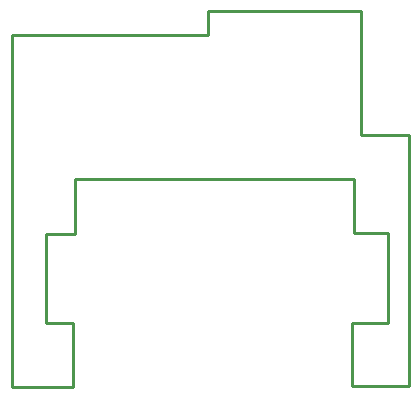
<source format=gko>
G04 Layer: BoardOutlineLayer*
G04 EasyEDA v6.5.40, 2024-06-15 16:39:10*
G04 e63031535b224d068feaf967c7116de5,10*
G04 Gerber Generator version 0.2*
G04 Scale: 100 percent, Rotated: No, Reflected: No *
G04 Dimensions in millimeters *
G04 leading zeros omitted , absolute positions ,4 integer and 5 decimal *
%FSLAX45Y45*%
%MOMM*%

%ADD10C,0.2540*%
D10*
X7543800Y7378700D02*
G01*
X7543800Y4445000D01*
X8064500Y4445000D01*
X8064500Y4584700D01*
X10502900Y7632700D02*
G01*
X9207500Y7632700D01*
X9207500Y7429500D01*
X7543800Y7429500D01*
X7543800Y7378700D01*
X8064500Y4584700D02*
G01*
X8064500Y4991100D01*
X7835900Y4991100D01*
X7835900Y5740400D01*
X8077200Y5740400D01*
X8077200Y6210300D01*
X10439400Y6210300D01*
X10439400Y5753100D01*
X10731500Y5753100D01*
X10731500Y4991100D01*
X10426700Y4991100D01*
X10426700Y4457700D01*
X10909300Y4457700D01*
X10909300Y4457700D02*
G01*
X10909300Y6578600D01*
X10502900Y6578600D01*
X10502900Y7632700D01*

%LPD*%
M02*

</source>
